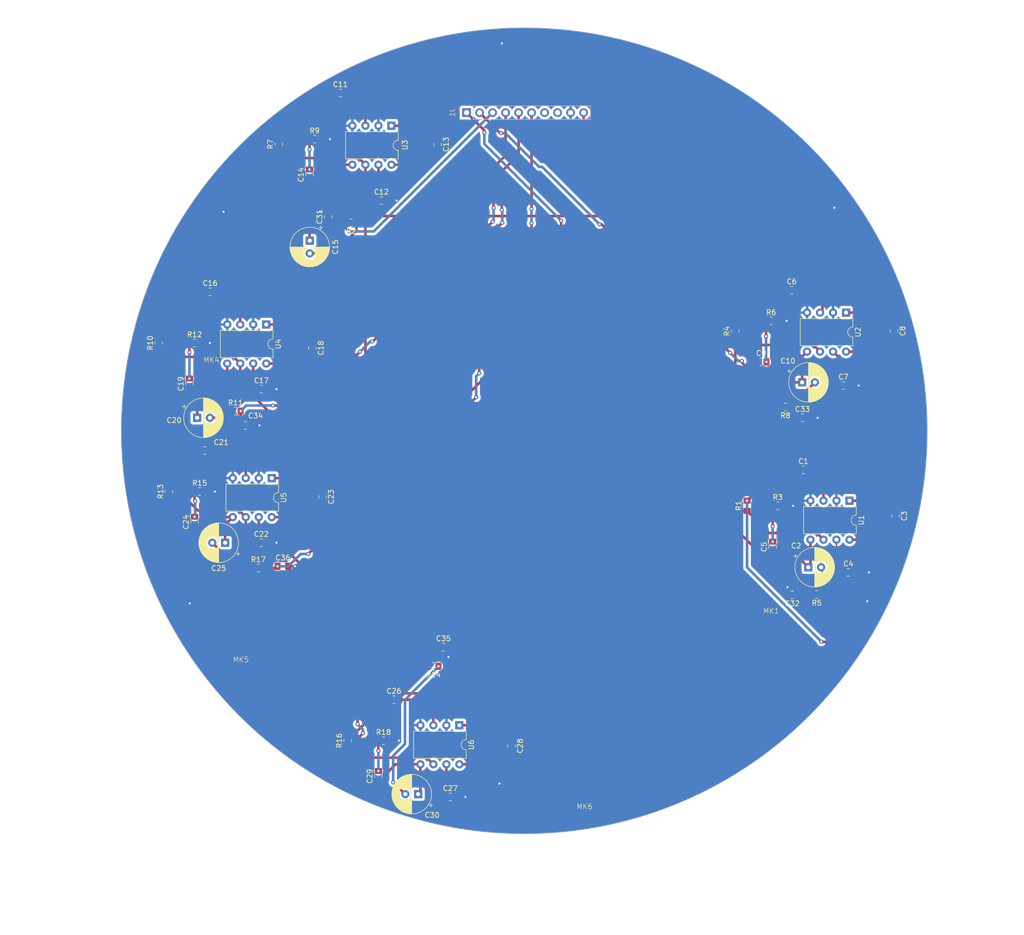
<source format=kicad_pcb>
(kicad_pcb (version 20221018) (generator pcbnew)
  (layers (0 "F.Cu" signal) (31 "B.Cu" signal) (34 "B.Paste" user) (35 "F.Paste" user) (36 "B.SilkS" user "B.Silkscreen") (37 "F.SilkS" user "F.Silkscreen") (38 "B.Mask" user) (39 "F.Mask" user) (44 "Edge.Cuts" user))
  (net 0 "")
  (net 1 "Net-(MK1-+)")
  (net 2 "Net-(U1-+)")
  (net 3 "Net-(C2-Pad1)")
  (net 4 "Net-(C3-Pad1)")
  (net 5 "Net-(C3-Pad2)")
  (net 6 "Net-(U1-BYPASS)")
  (net 7 "+5V")
  (net 8 "Net-(C5-Pad2)")
  (net 9 "Net-(MK2-+)")
  (net 10 "Net-(U2-+)")
  (net 11 "Net-(U2-BYPASS)")
  (net 12 "Net-(C8-Pad1)")
  (net 13 "Net-(C8-Pad2)")
  (net 14 "Net-(C10-Pad1)")
  (net 15 "Net-(C9-Pad2)")
  (net 16 "Net-(MK3-+)")
  (net 17 "Net-(U3-+)")
  (net 18 "Net-(U3-BYPASS)")
  (net 19 "Net-(C13-Pad1)")
  (net 20 "Net-(C13-Pad2)")
  (net 21 "Net-(C14-Pad1)")
  (net 22 "Net-(C14-Pad2)")
  (net 23 "Net-(MK4-+)")
  (net 24 "Net-(U4-+)")
  (net 25 "Net-(U4-BYPASS)")
  (net 26 "Net-(C18-Pad1)")
  (net 27 "Net-(C18-Pad2)")
  (net 28 "Net-(C19-Pad1)")
  (net 29 "Net-(C19-Pad2)")
  (net 30 "Net-(MK5-+)")
  (net 31 "Net-(U5-+)")
  (net 32 "Net-(U5-BYPASS)")
  (net 33 "Net-(C23-Pad1)")
  (net 34 "Net-(C23-Pad2)")
  (net 35 "Net-(C24-Pad1)")
  (net 36 "Net-(C24-Pad2)")
  (net 37 "Net-(MK6-+)")
  (net 38 "Net-(U6-+)")
  (net 39 "Net-(U6-BYPASS)")
  (net 40 "Net-(C28-Pad1)")
  (net 41 "Net-(C28-Pad2)")
  (net 42 "Net-(C29-Pad1)")
  (net 43 "Net-(C29-Pad2)")
  (net 44 "GNDA")
  (net 45 "/ADC_A1")
  (net 46 "/ADC_A0")
  (net 47 "/ADC_A7")
  (net 48 "/ADC_A6")
  (net 49 "/ADC_A5")
  (net 50 "/ADC_A4")
  (net 51 "/ADC_A3")
  (net 52 "/ADC_A2")
  (net 53 "Net-(C2-Pad2)")
  (net 54 "Net-(C10-Pad2)")
  (net 55 "Net-(C15-Pad2)")
  (net 56 "Net-(C20-Pad2)")
  (net 57 "Net-(C25-Pad2)")
  (net 58 "Net-(C30-Pad2)")
  (footprint "Capacitor_SMD:C_0805_2012Metric_Pad1.18x1.45mm_HandSolder" (layer "F.Cu") (at 198.6625 90.675)
    (fp_text reference "C9")
    (fp_text value "0.047u")
  )
  (footprint "Library:Mikrophoni1" (layer "F.Cu") (at 91.3 90.8)
    (fp_text reference "MK4")
    (fp_text value "Microphone_Condenser")
  )
  (footprint "Capacitor_SMD:C_0805_2012Metric_Pad1.18x1.45mm_HandSolder" (layer "F.Cu") (at 206.7375 101.6)
    (fp_text reference "C33")
    (fp_text value "5n")
  )
  (footprint "Capacitor_THT:CP_Radial_D7.5mm_P2.50mm" (layer "F.Cu") (at 207.875 130.7875)
    (fp_text reference "C2")
    (fp_text value "100u")
  )
  (footprint "Package_DIP:DIP-8_W7.62mm" (layer "F.Cu") (at 103.08 113.38 -90)
    (fp_text reference "U5")
    (fp_text value "LM386")
  )
  (footprint "Capacitor_SMD:C_0805_2012Metric_Pad1.18x1.45mm_HandSolder" (layer "F.Cu") (at 97.9375 103.1)
    (fp_text reference "C34")
    (fp_text value "5n")
  )
  (footprint "Capacitor_THT:CP_Radial_D7.5mm_P2.50mm" (layer "F.Cu") (at 110.5 67 -90)
    (fp_text reference "C15")
    (fp_text value "100u")
  )
  (footprint "Library:Mikrophoni1" (layer "F.Cu") (at 91.95 167.65)
    (fp_text reference "MK5")
    (fp_text value "Microphone_Condenser")
  )
  (footprint "Capacitor_SMD:C_0805_2012Metric_Pad1.18x1.45mm_HandSolder" (layer "F.Cu") (at 91.0375 77)
    (fp_text reference "C16")
    (fp_text value "0.1u")
  )
  (footprint "Capacitor_SMD:C_0805_2012Metric_Pad1.18x1.45mm_HandSolder" (layer "F.Cu") (at 136.6 146.4)
    (fp_text reference "C35")
    (fp_text value "5n")
  )
  (footprint "Capacitor_THT:CP_Radial_D7.5mm_P2.50mm" (layer "F.Cu") (at 88.5 101.6)
    (fp_text reference "C20")
    (fp_text value "100u")
  )
  (footprint "Resistor_SMD:R_0805_2012Metric_Pad1.20x1.40mm_HandSolder" (layer "F.Cu") (at 201.9125 118.7875)
    (fp_text reference "R3")
    (fp_text value "10")
  )
  (footprint "Capacitor_SMD:C_0805_2012Metric_Pad1.18x1.45mm_HandSolder" (layer "F.Cu") (at 126.9425 156.655)
    (fp_text reference "C26")
    (fp_text value "0.1u")
  )
  (footprint "Package_DIP:DIP-8_W7.62mm" (layer "F.Cu") (at 102 83.38 -90)
    (fp_text reference "U4")
    (fp_text value "LM386")
  )
  (footprint "Resistor_SMD:R_0805_2012Metric_Pad1.20x1.40mm_HandSolder" (layer "F.Cu") (at 200.625 82.675)
    (fp_text reference "R6")
    (fp_text value "10")
  )
  (footprint "Capacitor_SMD:C_0805_2012Metric_Pad1.18x1.45mm_HandSolder" (layer "F.Cu") (at 105.2375 130.6)
    (fp_text reference "C36")
    (fp_text value "5n")
  )
  (footprint "Capacitor_SMD:C_0805_2012Metric_Pad1.18x1.45mm_HandSolder" (layer "F.Cu") (at 113 117.0375 -90)
    (fp_text reference "C23")
    (fp_text value "10u")
  )
  (footprint "Capacitor_SMD:C_0805_2012Metric_Pad1.18x1.45mm_HandSolder" (layer "F.Cu") (at 149.905 165.6925 -90)
    (fp_text reference "C28")
    (fp_text value "10u")
  )
  (footprint "Capacitor_SMD:C_0805_2012Metric_Pad1.18x1.45mm_HandSolder" (layer "F.Cu") (at 90.0375 108)
    (fp_text reference "C21")
    (fp_text value "0.1u")
  )
  (footprint "Capacitor_SMD:C_0805_2012Metric_Pad1.18x1.45mm_HandSolder" (layer "F.Cu") (at 116.4875 38.175)
    (fp_text reference "C11")
    (fp_text value "0.1u")
  )
  (footprint "Library:Mikrophoni1" (layer "F.Cu") (at 217.15 167.375)
    (fp_text reference "MK1")
    (fp_text value "Microphone_Condenser")
  )
  (footprint "Capacitor_SMD:C_0805_2012Metric_Pad1.18x1.45mm_HandSolder" (layer "F.Cu") (at 111 87.9625 -90)
    (fp_text reference "C18")
    (fp_text value "10u")
  )
  (footprint "Capacitor_THT:CP_Radial_D7.5mm_P2.50mm" (layer "F.Cu") (at 206.6625 94.675)
    (fp_text reference "C10")
    (fp_text value "100u")
  )
  (footprint "Resistor_SMD:R_0805_2012Metric_Pad1.20x1.40mm_HandSolder" (layer "F.Cu") (at 117.905 164.655 90)
    (fp_text reference "R16")
    (fp_text value "10k")
  )
  (footprint "Resistor_SMD:R_0805_2012Metric_Pad1.20x1.40mm_HandSolder" (layer "F.Cu") (at 193.625 84.675 90)
    (fp_text reference "R4")
    (fp_text value "10k")
  )
  (footprint "Package_DIP:DIP-8_W7.62mm" (layer "F.Cu") (at 215.9125 117.7875 -90)
    (fp_text reference "U1")
    (fp_text value "LM386")
  )
  (footprint "Resistor_SMD:R_0805_2012Metric_Pad1.20x1.40mm_HandSolder" (layer "F.Cu") (at 203.4 99.5 180)
    (fp_text reference "R8")
    (fp_text value "3k")
  )
  (footprint "Capacitor_SMD:C_0805_2012Metric_Pad1.18x1.45mm_HandSolder" (layer "F.Cu") (at 88 121.9625 90)
    (fp_text reference "C24")
    (fp_text value "0.047u")
  )
  (footprint "Package_DIP:DIP-8_W7.62mm" (layer "F.Cu") (at 139.725 161.655 -90)
    (fp_text reference "U6")
    (fp_text value "LM386")
  )
  (footprint "Capacitor_SMD:C_0805_2012Metric_Pad1.18x1.45mm_HandSolder" (layer "F.Cu") (at 206.9125 111.7875)
    (fp_text reference "C1")
    (fp_text value "0.1u")
  )
  (footprint "Capacitor_THT:CP_Radial_D7.5mm_P2.50mm" (layer "F.Cu") (at 131.661395 175.1 180)
    (fp_text reference "C30")
    (fp_text value "100u")
  )
  (footprint "Capacitor_SMD:C_0805_2012Metric_Pad1.18x1.45mm_HandSolder" (layer "F.Cu") (at 215.7 131.8)
    (fp_text reference "C4")
    (fp_text value "10u")
  )
  (footprint "Library:Mikrophoni1" (layer "F.Cu") (at 154.525 56.75)
    (fp_text reference "MK3" hide)
    (fp_text value "Microphone_Condenser" hide)
  )
  (footprint "Library:Mikrophoni1" (layer "F.Cu") (at 217.75 91.575)
    (fp_text reference "MK2" hide)
    (fp_text value "Microphone_Condenser" hide)
  )
  (footprint "Resistor_SMD:R_0805_2012Metric_Pad1.20x1.40mm_HandSolder" (layer "F.Cu") (at 124.905 164.655)
    (fp_text reference "R18")
    (fp_text value "10")
  )
  (footprint "Capacitor_SMD:C_0805_2012Metric_Pad1.18x1.45mm_HandSolder" (layer "F.Cu") (at 135.45 48.2125 -90)
    (fp_text reference "C13")
    (fp_text value "10u")
  )
  (footprint "Resistor_SMD:R_0805_2012Metric_Pad1.20x1.40mm_HandSolder" (layer "F.Cu") (at 81 87 90)
    (fp_text reference "R10")
    (fp_text value "10k")
  )
  (footprint "Resistor_SMD:R_0805_2012Metric_Pad1.20x1.40mm_HandSolder" (layer "F.Cu") (at 104.45 48.175 90)
    (fp_text reference "R7")
    (fp_text value "10k")
  )
  (footprint "Resistor_SMD:R_0805_2012Metric_Pad1.20x1.40mm_HandSolder" (layer "F.Cu") (at 111.45 47.175)
    (fp_text reference "R9")
    (fp_text value "10")
  )
  (footprint "Capacitor_SMD:C_0805_2012Metric_Pad1.18x1.45mm_HandSolder" (layer "F.Cu") (at 124.4875 59.175)
    (fp_text reference "C12")
    (fp_text value "10u")
  )
  (footprint "Resistor_SMD:R_0805_2012Metric_Pad1.20x1.40mm_HandSolder" (layer "F.Cu") (at 96 100.3)
    (fp_text reference "R11")
    (fp_text value "3k")
  )
  (footprint "Capacitor_SMD:C_0805_2012Metric_Pad1.18x1.45mm_HandSolder" (layer "F.Cu") (at 110.45 54.1375 90)
    (fp_text reference "C14")
    (fp_text value "0.047u")
  )
  (footprint "Resistor_SMD:R_0805_2012Metric_Pad1.20x1.40mm_HandSolder" (layer "F.Cu") (at 88 87)
    (fp_text reference "R12")
    (fp_text value "10")
  )
  (footprint "Resistor_SMD:R_0805_2012Metric_Pad1.20x1.40mm_HandSolder" (layer "F.Cu") (at 134.6375 150.13 180)
    (fp_text reference "R14")
    (fp_text value "3k")
  )
  (footprint "Resistor_SMD:R_0805_2012Metric_Pad1.20x1.40mm_HandSolder" (layer "F.Cu") (at 100.4575 130.93)
    (fp_text reference "R17")
    (fp_text value "3k")
  )
  (footprint "Package_DIP:DIP-8_W7.62mm" (layer "F.Cu") (at 126.45 44.555 -90)
    (fp_text reference "U3")
    (fp_text value "LM386")
  )
  (footprint "Capacitor_SMD:C_0805_2012Metric_Pad1.18x1.45mm_HandSolder" (layer "F.Cu") (at 137.9425 175.655)
    (fp_text reference "C27")
    (fp_text value "10u")
  )
  (footprint "Library:Mikrophoni1" (layer "F.Cu") (at 152.65 202.35)
    (fp_text reference "MK6")
    (fp_text value "Microphone_Condenser")
  )
  (footprint "Capacitor_SMD:C_0805_2012Metric_Pad1.18x1.45mm_HandSolder" (layer "F.Cu") (at 200.9125 126.825 90)
    (fp_text reference "C5")
    (fp_text value "0.047u")
  )
  (footprint "Package_DIP:DIP-8_W7.62mm" (layer "F.Cu") (at 215.245 81.055 -90)
    (fp_text reference "U2")
    (fp_text value "LM386")
  )
  (footprint "Resistor_SMD:R_0805_2012Metric_Pad1.20x1.40mm_HandSolder" (layer "F.Cu") (at 118.6 63.5 180)
    (fp_text reference "R2")
    (fp_text value "3k")
  )
  (footprint "Capacitor_SMD:C_0805_2012Metric_Pad1.18x1.45mm_HandSolder" (layer "F.Cu") (at 224.625 84.6375 -90)
    (fp_text reference "C8")
    (fp_text value "10u")
  )
  (footprint "Capacitor_SMD:C_0805_2012Metric_Pad1.18x1.45mm_HandSolder" (layer "F.Cu") (at 224.9125 120.7875 -90)
    (fp_text reference "C3")
    (fp_text value "10u")
  )
  (footprint "Capacitor_SMD:C_0805_2012Metric_Pad1.18x1.45mm_HandSolder" (layer "F.Cu") (at 101.0375 96)
    (fp_text reference "C17")
    (fp_text value "10u")
  )
  (footprint "Capacitor_SMD:C_0805_2012Metric_Pad1.18x1.45mm_HandSolder" (layer "F.Cu") (at 204.625 76.675)
    (fp_text reference "C6")
    (fp_text value "0.1u")
  )
  (footprint "Capacitor_SMD:C_0805_2012Metric_Pad1.18x1.45mm_HandSolder" (layer "F.Cu") (at 214.7375 95.3)
    (fp_text reference "C7")
    (fp_text value "10u")
  )
  (footprint "Capacitor_THT:CP_Radial_D7.5mm_P2.50mm" (layer "F.Cu") (at 93.9625 126 180)
    (fp_text reference "C25")
    (fp_text value "100u")
  )
  (footprint "Resistor_SMD:R_0805_2012Metric_Pad1.20x1.40mm_HandSolder" (layer "F.Cu") (at 89 116)
    (fp_text reference "R15")
    (fp_text value "10")
  )
  (footprint "Capacitor_SMD:C_0805_2012Metric_Pad1.18x1.45mm_HandSolder" (layer "F.Cu") (at 204.7375 136.2 180)
    (fp_text reference "C32")
    (fp_text value "5n")
  )
  (footprint "Capacitor_SMD:C_0805_2012Metric_Pad1.18x1.45mm_HandSolder" (layer "F.Cu") (at 123.905 171.6175 90)
    (fp_text reference "C29")
    (fp_text value "0.047u")
  )
  (footprint "Capacitor_SMD:C_0805_2012Metric_Pad1.18x1.45mm_HandSolder" (layer "F.Cu") (at 87 94.9625 90)
    (fp_text reference "C19")
    (fp_text value "0.047u")
  )
  (footprint "Capacitor_SMD:C_0805_2012Metric_Pad1.18x1.45mm_HandSolder" (layer "F.Cu") (at 101.0375 126)
    (fp_text reference "C22")
    (fp_text value "10u")
  )
  (footprint "Capacitor_SMD:C_0805_2012Metric_Pad1.18x1.45mm_HandSolder" (layer "F.Cu") (at 114.1 62.3625 90)
    (fp_text reference "C31")
    (fp_text value "5n")
  )
  (footprint "Resistor_SMD:R_0805_2012Metric_Pad1.20x1.40mm_HandSolder" (layer "F.Cu") (at 209.5175 136.11 180)
    (fp_text reference "R5")
    (fp_text value "3k")
  )
  (footprint "Resistor_SMD:R_0805_2012Metric_Pad1.20x1.40mm_HandSolder" (layer "F.Cu") (at 195.9125 118.7875 90)
    (fp_text reference "R1")
    (fp_text value "10k")
  )
  (footprint "Resistor_SMD:R_0805_2012Metric_Pad1.20x1.40mm_HandSolder" (layer "F.Cu") (at 83 116 90)
    (fp_text reference "R13")
    (fp_text value "10k")
  )
  (footprint "Connector_PinSocket_2.54mm:PinSocket_1x10_P2.54mm_Vertical" (layer "B.Cu") (at 141.125 42 -90)
    (fp_text reference "J1")
    (fp_text value "Conn_01x10_Pin")
  )
  (gr_circle (center 152.4 104.14) (end 152.4 25.4) (stroke (width 0.1)) (fill none) (layer "Edge.Cuts"))
  (segment (start 215.15 145.375) (end 210.475 145.375) (width 0.5) (layer "F.Cu") (net 1))
  (segment (start 210.475 145.375) (end 210.4 145.3) (width 0.5) (layer "F.Cu") (net 1))
  (segment (start 201.9125 111.7875) (end 195.9125 117.7875) (width 0.5) (layer "F.Cu") (net 1))
  (segment (start 205.9125 111.75) (end 205.875 111.7875) (width 0.5) (layer "F.Cu") (net 1))
  (segment (start 205.875 111.7875) (end 201.9125 111.7875) (width 0.5) (layer "F.Cu") (net 1))
  (via (at 195.9125 117.7875) (size 0.8) (drill 0.4) (layers "F.Cu" "B.Cu") (net 1))
  (via (at 210.4 145.3) (size 0.8) (drill 0.4) (layers "F.Cu" "B.Cu") (net 1))
  (segment (start 195.9125 130.8125) (end 195.9125 117.7875) (width 0.5) (layer "B.Cu") (net 1))
  (segment (start 210.4 145.3) (end 195.9125 130.8125) (width 0.5) (layer "B.Cu") (net 1))
  (segment (start 210.9125 111.7875) (end 210.8325 111.8675) (width 0.5) (layer "F.Cu") (net 2))
  (segment (start 207.95 111.7875) (end 210.9125 111.7875) (width 0.5) (layer "F.Cu") (net 2))
  (segment (start 210.8325 111.8675) (end 210.8325 117.7875) (width 0.5) (layer "F.Cu") (net 2))
  (segment (start 208.2925 130.37) (end 207.875 130.7875) (width 0.5) (layer "F.Cu") (net 3))
  (segment (start 208.2925 125.4075) (end 208.2925 130.37) (width 0.5) (layer "F.Cu") (net 3))
  (segment (start 204.95 127.8625) (end 207.875 130.7875) (width 0.5) (layer "F.Cu") (net 3))
  (segment (start 200.9125 127.8625) (end 204.95 127.8625) (width 0.5) (layer "F.Cu") (net 3))
  (segment (start 215.9125 117.7875) (end 222.95 117.7875) (width 0.5) (layer "F.Cu") (net 4))
  (segment (start 222.95 117.7875) (end 224.9125 119.75) (width 0.5) (layer "F.Cu") (net 4))
  (segment (start 221.33 125.4075) (end 224.9125 121.825) (width 0.5) (layer "F.Cu") (net 5))
  (segment (start 215.9125 125.4075) (end 221.33 125.4075) (width 0.5) (layer "F.Cu") (net 5))
  (segment (start 213.3725 127.1725) (end 214.6625 128.4625) (width 0.3) (layer "F.Cu") (net 6))
  (segment (start 213.3725 125.4075) (end 213.3725 127.1725) (width 0.3) (layer "F.Cu") (net 6))
  (segment (start 214.6625 128.4625) (end 214.6625 131.8) (width 0.3) (layer "F.Cu") (net 6))
  (segment (start 195.9125 119.7875) (end 194.4125 119.7875) (width 0.5) (layer "F.Cu") (net 7))
  (segment (start 120.07 50.875) (end 121.37 52.175) (width 0.5) (layer "F.Cu") (net 7))
  (segment (start 96.92 94.79316) (end 96.92 91) (width 0.5) (layer "F.Cu") (net 7))
  (segment (start 195.325 87.375) (end 208.865 87.375) (width 0.5) (layer "F.Cu") (net 7))
  (segment (start 106.15 50.875) (end 120.07 50.875) (width 0.5) (layer "F.Cu") (net 7))
  (segment (start 118.445 165.655) (end 120.9 163.2) (width 0.5) (layer "F.Cu") (net 7))
  (segment (start 163.985 56.035) (end 170.125 62.175) (width 0.5) (layer "F.Cu") (net 7))
  (segment (start 208.865 87.375) (end 210.165 88.675) (width 0.5) (layer "F.Cu") (net 7))
  (segment (start 119.843957 161.443957) (end 119.843957 141.345797) (width 0.5) (layer "F.Cu") (net 7))
  (segment (start 120.225 167.975) (end 133.345 167.975) (width 0.5) (layer "F.Cu") (net 7))
  (segment (start 170.125 62.175) (end 193.625 85.675) (width 0.5) (layer "F.Cu") (net 7))
  (segment (start 114.225 112.09816) (end 114.225 118.72316) (width 0.5) (layer "F.Cu") (net 7))
  (segment (start 96.7 119.7) (end 98 121) (width 0.5) (layer "F.Cu") (net 7))
  (segment (start 200.2325 124.1075) (end 209.5325 124.1075) (width 0.5) (layer "F.Cu") (net 7))
  (segment (start 117.905 165.655) (end 120.225 167.975) (width 0.5) (layer "F.Cu") (net 7))
  (segment (start 193.625 85.675) (end 195.325 87.375) (width 0.5) (layer "F.Cu") (net 7))
  (segment (start 121.37 92.73) (end 108.11342 105.98658) (width 0.5) (layer "F.Cu") (net 7))
  (segment (start 82.7 89.7) (end 95.62 89.7) (width 0.5) (layer "F.Cu") (net 7))
  (segment (start 99.35184 97.225) (end 108.11342 105.98658) (width 0.5) (layer "F.Cu") (net 7))
  (segment (start 195.9125 119.7875) (end 197.65 121.525) (width 0.5) (layer "F.Cu") (net 7))
  (segment (start 197.65 121.525) (end 200.2325 124.1075) (width 0.5) (layer "F.Cu") (net 7))
  (segment (start 193.625 119) (end 193.625 85.675) (width 0.5) (layer "F.Cu") (net 7))
  (segment (start 108.11342 105.98658) (end 114.225 112.09816) (width 0.5) (layer "F.Cu") (net 7))
  (segment (start 121.37 62.2) (end 121.37 92.73) (width 0.5) (layer "F.Cu") (net 7))
  (segment (start 83 117) (end 85.94816 117) (width 0.5) (layer "F.Cu") (net 7))
  (segment (start 104.45 49.175) (end 106.15 50.875) (width 0.5) (layer "F.Cu") (net 7))
  (segment (start 105.72316 127.225) (end 99.35184 127.225) (width 0.5) (layer "F.Cu") (net 7))
  (segment (start 117.905 165.655) (end 118.445 165.655) (width 0.5) (layer "F.Cu") (net 7))
  (segment (start 119.843957 141.345797) (end 105.72316 127.225) (width 0.5) (layer "F.Cu") (net 7))
  (segment (start 121.37 62.2) (end 170.1 62.2) (width 0.5) (layer "F.Cu") (net 7))
  (segment (start 133.345 167.975) (end 134.645 169.275) (width 0.5) (layer "F.Cu") (net 7))
  (segment (start 170.1 62.2) (end 170.125 62.175) (width 0.5) (layer "F.Cu") (net 7))
  (segment (start 81 88) (end 82.7 89.7) (width 0.5) (layer "F.Cu") (net 7))
  (segment (start 99.35184 97.225) (end 96.92 94.79316) (width 0.5) (layer "F.Cu") (net 7))
  (segment (start 209.5325 124.1075) (end 210.8325 125.4075) (width 0.5) (layer "F.Cu") (net 7))
  (segment (start 98 125.87316) (end 98 121) (width 0.5) (layer "F.Cu") (net 7))
  (segment (start 95.62 89.7) (end 96.92 91) (width 0.5) (layer "F.Cu") (net 7))
  (segment (start 194.4125 119.7875) (end 193.625 119) (width 0.5) (layer "F.Cu") (net 7))
  (segment (start 85.94816 117) (end 88.64816 119.7) (width 0.5) (layer "F.Cu") (net 7))
  (segment (start 88.64816 119.7) (end 96.7 119.7) (width 0.5) (layer "F.Cu") (net 7))
  (segment (start 114.225 118.72316) (end 105.72316 127.225) (width 0.5) (layer "F.Cu") (net 7))
  (segment (start 163.985 42) (end 163.985 56.035) (width 0.5) (layer "F.Cu") (net 7))
  (segment (start 121.37 52.175) (end 121.37 62.2) (width 0.5) (layer "F.Cu") (net 7))
  (segment (start 99.35184 127.225) (end 98 125.87316) (width 0.5) (layer "F.Cu") (net 7))
  (via (at 120.9 163.2) (size 0.8) (drill 0.4) (layers "F.Cu" "B.Cu") (net 7))
  (via (at 119.843957 161.443957) (size 0.8) (drill 0.4) (layers "F.Cu" "B.Cu") (net 7))
  (segment (start 120.9 163.2) (end 120.9 162.5) (width 0.5) (layer "B.Cu") (net 7))
  (segment (start 120.9 162.5) (end 119.843957 161.443957) (width 0.5) (layer "B.Cu") (net 7))
  (segment (start 200.9125 118.7875) (end 200.9125 122.7875) (width 0.5) (layer "F.Cu") (net 8))
  (via (at 200.9125 122.7875) (size 0.8) (drill 0.4) (layers "F.Cu" "B.Cu") (net 8))
  (via (at 200.9125 125.7875) (size 0.8) (drill 0.4) (layers "F.Cu" "B.Cu") (net 8))
  (segment (start 200.9125 122.7875) (end 200.9125 125.7875) (width 0.5) (layer "B.Cu") (net 8))
  (segment (start 203.5875 76.675) (end 200.625 76.675) (width 0.5) (layer "F.Cu") (net 9))
  (segment (start 210.6875 69.575) (end 203.5875 76.675) (width 0.5) (layer "F.Cu") (net 9))
  (segment (start 215.75 69.575) (end 210.6875 69.575) (width 0.5) (layer "F.Cu") (net 9))
  (segment (start 200.625 76.675) (end 193.625 83.675) (width 0.5) (layer "F.Cu") (net 9))
  (segment (start 210.625 76.675) (end 210.625 80.595) (width 0.5) (layer "F.Cu") (net 10))
  (segment (start 210.625 76.675) (end 205.6625 76.675) (width 0.5) (layer "F.Cu") (net 10))
  (segment (start 210.625 80.595) (end 210.165 81.055) (width 0.5) (layer "F.Cu") (net 10))
  (segment (start 214.78 90.75) (end 214.78 94.22) (width 0.5) (layer "F.Cu") (net 11))
  (segment (start 214.78 94.22) (end 213.7 95.3) (width 0.5) (layer "F.Cu") (net 11))
  (segment (start 212.705 88.675) (end 214.78 90.75) (width 0.5) (layer "F.Cu") (net 11))
  (segment (start 222.08 81.055) (end 215.245 81.055) (width 0.5) (layer "F.Cu") (net 12))
  (segment (start 224.625 83.6) (end 222.08 81.055) (width 0.5) (layer "F.Cu") (net 12))
  (segment (start 221.625 88.675) (end 215.245 88.675) (width 0.5) (layer "F.Cu") (net 13))
  (segment (start 224.625 85.675) (end 221.625 88.675) (width 0.5) (layer "F.Cu") (net 13))
  (segment (start 201.625 94.675) (end 206.6625 94.675) (width 0.5) (layer "F.Cu") (net 14))
  (segment (start 201.625 94.675) (end 197.625 90.675) (width 0.5) (layer "F.Cu") (net 14))
  (segment (start 206.6625 89.6375) (end 207.625 88.675) (width 0.5) (layer "F.Cu") (net 14))
  (segment (start 206.6625 94.675) (end 206.6625 89.6375) (width 0.5) (layer "F.Cu") (net 14))
  (segment (start 199.625 82.675) (end 199.625 85.675) (width 0.5) (layer "F.Cu") (net 15))
  (via (at 199.625 85.675) (size 0.8) (drill 0.4) (layers "F.Cu" "B.Cu") (net 15))
  (via (at 199.7 90.675) (size 0.8) (drill 0.4) (layers "F.Cu" "B.Cu") (net 15))
  (segment (start 199.625 90.6) (end 199.7 90.675) (width 0.5) (layer "B.Cu") (net 15))
  (segment (start 199.625 85.675) (end 199.625 90.6) (width 0.5) (layer "B.Cu") (net 15))
  (segment (start 118.875 34.75) (end 115.45 38.175) (width 0.5) (layer "F.Cu") (net 16))
  (segment (start 106.45 47.175) (end 104.45 47.175) (width 0.5) (layer "F.Cu") (net 16))
  (segment (start 115.45 38.175) (end 106.45 47.175) (width 0.5) (layer "F.Cu") (net 16))
  (segment (start 152.525 34.75) (end 118.875 34.75) (width 0.5) (layer "F.Cu") (net 16))
  (segment (start 121.45 38.175) (end 117.525 38.175) (width 0.5) (layer "F.Cu") (net 17))
  (segment (start 121.37 38.255) (end 121.37 44.555) (width 0.5) (layer "F.Cu") (net 17))
  (segment (start 121.45 38.175) (end 121.37 38.255) (width 0.5) (layer "F.Cu") (net 17))
  (segment (start 123.91 52.175) (end 123.91 58.715) (width 0.5) (layer "F.Cu") (net 18))
  (segment (start 123.91 58.715) (end 123.45 59.175) (width 0.5) (layer "F.Cu") (net 18))
  (segment (start 132.83 44.555) (end 126.45 44.555) (width 0.5) (layer "F.Cu") (net 19))
  (segment (start 135.45 47.175) (end 132.83 44.555) (width 0.5) (layer "F.Cu") (net 19))
  (segment (start 135.45 49.25) (end 132.525 52.175) (width 0.5) (layer "F.Cu") (net 20))
  (segment (start 132.525 52.175) (end 126.45 52.175) (width 0.5) (layer "F.Cu") (net 20))
  (segment (start 113.45 55.175) (end 116.45 52.175) (width 0.5) (layer "F.Cu") (net 21))
  (segment (start 116.45 52.175) (end 118.83 52.175) (width 0.5) (layer "F.Cu") (net 21))
  (segment (start 110.45 55.175) (end 110.45 66.95) (width 0.5) (layer "F.Cu") (net 21))
  (segment (start 113.45 55.175) (end 110.45 55.175) (width 0.5) (layer "F.Cu") (net 21))
  (segment (start 110.45 66.95) (end 110.5 67) (width 0.5) (layer "F.Cu") (net 21))
  (segment (start 110.45 47.175) (end 110.45 49.175) (width 0.5) (layer "F.Cu") (net 22))
  (via (at 110.45 53.1) (size 0.8) (drill 0.4) (layers "F.Cu" "B.Cu") (net 22))
  (via (at 110.45 49.175) (size 0.8) (drill 0.4) (layers "F.Cu" "B.Cu") (net 22))
  (segment (start 110.45 49.175) (end 110.45 53.1) (width 0.5) (layer "B.Cu") (net 22))
  (segment (start 90 77) (end 81 86) (width 0.5) (layer "F.Cu") (net 23))
  (segment (start 89.3 76.3) (end 90 77) (width 0.5) (layer "F.Cu") (net 23))
  (segment (start 89.3 68.8) (end 89.3 76.3) (width 0.5) (layer "F.Cu") (net 23))
  (segment (start 97 77) (end 96.92 77.08) (width 0.5) (layer "F.Cu") (net 24))
  (segment (start 92.075 77) (end 97 77) (width 0.5) (layer "F.Cu") (net 24))
  (segment (start 96.92 77.08) (end 96.92 83.38) (width 0.5) (layer "F.Cu") (net 24))
  (segment (start 99.46 95.46) (end 100 96) (width 0.5) (layer "F.Cu") (net 25))
  (segment (start 99.46 91) (end 99.46 95.46) (width 0.5) (layer "F.Cu") (net 25))
  (segment (start 111 86.925) (end 107.455 83.38) (width 0.5) (layer "F.Cu") (net 26))
  (segment (start 107.455 83.38) (end 102 83.38) (width 0.5) (layer "F.Cu") (net 26))
  (segment (start 111 89) (end 109 91) (width 0.5) (layer "F.Cu") (net 27))
  (segment (start 109 91) (end 102 91) (width 0.5) (layer "F.Cu") (net 27))
  (segment (start 88.5 97) (end 88 97) (width 0.5) (layer "F.Cu") (net 28))
  (segment (start 94.38 95.62) (end 93 97) (width 0.5) (layer "F.Cu") (net 28))
  (segment (start 93 97) (end 88.5 97) (width 0.5) (layer "F.Cu") (net 28))
  (segment (start 94.38 91) (end 94.38 95.62) (width 0.5) (layer "F.Cu") (net 28))
  (segment (start 88 97) (end 87 96) (width 0.5) (layer "F.Cu") (net 28))
  (segment (start 88.5 97) (end 88.5 101.6) (width 0.5) (layer "F.Cu") (net 28))
  (segment (start 87 87) (end 87 88.8005) (width 0.5) (layer "F.Cu") (net 29))
  (via (at 87 93.925) (size 0.8) (drill 0.4) (layers "F.Cu" "B.Cu") (net 29))
  (via (at 87 88.8005) (size 0.8) (drill 0.4) (layers "F.Cu" "B.Cu") (net 29))
  (segment (start 87 88.8005) (end 87 93.925) (width 0.5) (layer "B.Cu") (net 29))
  (segment (start 89.95 145.65) (end 92.007108 145.65) (width 0.5) (layer "F.Cu") (net 30))
  (segment (start 89 109) (end 83 115) (width 0.5) (layer "F.Cu") (net 30))
  (segment (start 89 108) (end 89 109) (width 0.5) (layer "F.Cu") (net 30))
  (segment (start 95.375 142.282108) (end 95.375 135.375) (width 0.5) (layer "F.Cu") (net 30))
  (segment (start 80 115) (end 83 115) (width 0.5) (layer "F.Cu") (net 30))
  (segment (start 95.375 135.375) (end 78.9 118.9) (width 0.5) (layer "F.Cu") (net 30))
  (segment (start 92.007108 145.65) (end 95.375 142.282108) (width 0.5) (layer "F.Cu") (net 30))
  (segment (start 78.9 118.9) (end 79 118.8) (width 0.5) (layer "F.Cu") (net 30))
  (segment (start 79 116) (end 80 115) (width 0.5) (layer "F.Cu") (net 30))
  (segment (start 79 118.8) (end 79 116) (width 0.5) (layer "F.Cu") (net 30))
  (segment (start 91.075 108) (end 98 108) (width 0.5) (layer "F.Cu") (net 31))
  (segment (start 98 108) (end 98 113.38) (width 0.5) (layer "F.Cu") (net 31))
  (segment (start 100.54 125.46) (end 100 126) (width 0.5) (layer "F.Cu") (net 32))
  (segment (start 100.54 121) (end 100.54 125.46) (width 0.5) (layer "F.Cu") (net 32))
  (segment (start 113 116) (end 110.38 113.38) (width 0.5) (layer "F.Cu") (net 33))
  (segment (start 110.38 113.38) (end 103.08 113.38) (width 0.5) (layer "F.Cu") (net 33))
  (segment (start 110.075 121) (end 103.08 121) (width 0.5) (layer "F.Cu") (net 34))
  (segment (start 113 118.075) (end 110.075 121) (width 0.5) (layer "F.Cu") (net 34))
  (segment (start 90 121) (end 88 123) (width 0.5) (layer "F.Cu") (net 35))
  (segment (start 93.9625 122.4975) (end 95.46 121) (width 0.5) (layer "F.Cu") (net 35))
  (segment (start 95.46 121) (end 90 121) (width 0.5) (layer "F.Cu") (net 35))
  (segment (start 93.9625 126) (end 93.9625 122.4975) (width 0.5) (layer "F.Cu") (net 35))
  (segment (start 88 116) (end 88 117.779754) (width 0.5) (layer "F.Cu") (net 36))
  (segment (start 88 117.779754) (end 88.110123 117.889877) (width 0.5) (layer "F.Cu") (net 36))
  (via (at 88 120.925) (size 0.8) (drill 0.4) (layers "F.Cu" "B.Cu") (net 36))
  (via (at 88.110123 117.889877) (size 0.8) (drill 0.4) (layers "F.Cu" "B.Cu") (net 36))
  (segment (start 88.110123 117.889877) (end 88.110123 120.814877) (width 0.5) (layer "B.Cu") (net 36))
  (segment (start 88.110123 120.814877) (end 88 120.925) (width 0.5) (layer "B.Cu") (net 36))
  (segment (start 150.65 180.35) (end 152.707108 180.35) (width 0.5) (layer "F.Cu") (net 37))
  (segment (start 156.075 167.775) (end 143.73 155.43) (width 0.5) (layer "F.Cu") (net 37))
  (segment (start 150.65 180.35) (end 148.592892 180.35) (width 0.5) (layer "F.Cu") (net 37))
  (segment (start 156.075 176.982108) (end 156.075 167.775) (width 0.5) (layer "F.Cu") (net 37))
  (segment (start 143.73 155.43) (end 127.13 155.43) (width 0.5) (layer "F.Cu") (net 37))
  (segment (start 127.13 155.43) (end 125.905 156.655) (width 0.5) (layer "F.Cu") (net 37))
  (segment (start 118.905 163.655) (end 117.905 163.655) (width 0.5) (layer "F.Cu") (net 37))
  (segment (start 125.905 156.655) (end 118.905 163.655) (width 0.5) (layer "F.Cu") (net 37))
  (segment (start 152.707108 180.35) (end 156.075 176.982108) (width 0.5) (layer "F.Cu") (net 37))
  (segment (start 134.645 156.915) (end 134.645 161.655) (width 0.5) (layer "F.Cu") (net 38))
  (segment (start 134.385 156.655) (end 127.98 156.655) (width 0.5) (layer "F.Cu") (net 38))
  (segment (start 134.645 156.915) (end 134.385 156.655) (width 0.5) (layer "F.Cu") (net 38))
  (segment (start 137.185 169.275) (end 137.185 175.375) (width 0.5) (layer "F.Cu") (net 39))
  (segment (start 137.185 175.375) (end 136.905 175.655) (width 0.5) (layer "F.Cu") (net 39))
  (segment (start 146.905 161.655) (end 139.725 161.655) (width 0.5) (layer "F.Cu") (net 40))
  (segment (start 149.905 164.655) (end 146.905 161.655) (width 0.5) (layer "F.Cu") (net 40))
  (segment (start 147.36 169.275) (end 139.725 169.275) (width 0.5) (layer "F.Cu") (net 41))
  (segment (start 149.905 166.73) (end 147.36 169.275) (width 0.5) (layer "F.Cu") (net 41))
  (segment (start 127.285 169.275) (end 123.905 172.655) (width 0.5) (layer "F.Cu") (net 42))
  (segment (start 132.105 174.656395) (end 131.661395 175.1) (width 0.5) (layer "F.Cu") (net 42))
  (segment (start 132.105 169.275) (end 127.285 169.275) (width 0.5) (layer "F.Cu") (net 42))
  (segment (start 132.105 169.275) (end 132.105 174.656395) (width 0.5) (layer "F.Cu") (net 42))
  (segment (start 123.905 164.655) (end 123.905 166.655) (width 0.5) (layer "F.Cu") (net 43))
  (via (at 123.905 166.655) (size 0.8) (drill 0.4) (layers "F.Cu" "B.Cu") (net 43))
  (via (at 123.905 170.58) (size 0.8) (drill 0.4) (layers "F.Cu" "B.Cu") (net 43))
  (segment (start 123.905 166.655) (end 123.905 170.58) (width 0.5) (layer "B.Cu") (net 43))
  (segment (start 102.075 96) (end 104 96) (width 0.5) (layer "F.Cu") (net 44))
  (segment (start 90 116) (end 92 116) (width 0.5) (layer "F.Cu") (net 44))
  (segment (start 215.75 63.375) (end 212.95 60.575) (width 0.5) (layer "F.Cu") (net 44))
  (segment (start 217.1 137.425) (end 219.375 137.425) (width 0.5) (layer "F.Cu") (net 44))
  (segment (start 202.9125 118.7875) (end 204.9125 118.7875) (width 0.5) (layer "F.Cu") (net 44))
  (segment (start 216.7375 131.8) (end 219.7 131.8) (width 0.5) (layer "F.Cu") (net 44))
  (segment (start 138.98 175.655) (end 140.905 175.655) (width 0.5) (layer "F.Cu") (net 44))
  (segment (start 112.525 61.325) (end 112.5 61.3) (width 0.5) (layer "F.Cu") (net 44))
  (segment (start 114.1 61.325) (end 112.525 61.325) (width 0.5) (layer "F.Cu") (net 44))
  (segment (start 89 87) (end 91 87) (width 0.5) (layer "F.Cu") (net 44))
  (segment (start 207.775 101.6) (end 209.7 101.6) (width 0.5) (layer "F.Cu") (net 44))
  (segment (start 112.45 47.175) (end 114.45 47.175) (width 0.5) (layer "F.Cu") (net 44))
  (segment (start 125.525 59.175) (end 127.45 59.175) (width 0.5) (layer "F.Cu") (net 44))
  (segment (start 102.075 126) (end 104 126) (width 0.5) (layer "F.Cu") (net 44))
  (segment (start 150.65 174.35) (end 149.475 173.175) (width 0.5) (layer "F.Cu") (net 44))
  (segment (start 89.3 62.8) (end 92.2 62.8) (width 0.5) (layer "F.Cu") (net 44))
  (segment (start 98.975 103.1) (end 100.7 103.1) (width 0.5) (layer "F.Cu") (net 44))
  (segment (start 148.3 28.75) (end 148.025 28.475) (width 0.5) (layer "F.Cu") (net 44))
  (segment (start 137.6375 146.4) (end 137.6375 148.2625) (width 0.5) (layer "F.Cu") (net 44))
  (segment (start 203.7 136.2) (end 203.7 134.8) (width 0.5) (layer "F.Cu") (net 44))
  (segment (start 92.2 62.8) (end 93.65 61.35) (width 0.5) (layer "F.Cu") (net 44))
  (segment (start 201.625 82.675) (end 203.625 82.675) (width 0.5) (layer "F.Cu") (net 44))
  (segment (start 215.75 63.575) (end 215.75 63.375) (width 0.5) (layer "F.Cu") (net 44))
  (segment (start 125.905 164.655) (end 127.905 164.655) (width 0.5) (layer "F.Cu") (net 44))
  (segment (start 88.85 139.65) (end 87.05 137.85) (width 0.5) (layer "F.Cu") (net 44))
  (segment (start 89.95 139.65) (end 88.85 139.65) (width 0.5) (layer "F.Cu") (net 44))
  (segment (start 215.15 139.375) (end 217.1 137.425) (width 0.5) (layer "F.Cu") (net 44))
  (segment (start 137.6375 148.2625) (end 137.6 148.3) (width 0.5) (layer "F.Cu") (net 44))
  (segment (start 106.275 130.6) (end 107.6 130.6) (width 0.5) (layer "F.Cu") (net 44))
  (segment (start 215.775 95.3) (end 217.7 95.3) (width 0.5) (layer "F.Cu") (net 44))
  (segment (start 150.65 174.35) (end 148.85 174.35) (width 0.5) (layer "F.Cu") (net 44))
  (segment (start 203.7 134.8) (end 203.8 134.7) (width 0.5) (layer "F.Cu") (net 44))
  (segment (start 148.85 174.35) (end 147.55 173.05) (width 0.5) (layer "F.Cu") (net 44))
  (segment (start 152.525 28.75) (end 148.3 28.75) (width 0.5) (layer "F.Cu") (net 44))
  (via (at 127.45 59.175) (size 0.8) (drill 0.4) (layers "F.Cu" "B.Cu") (net 44))
  (via (at 114.45 47.175) (size 0.8) (drill 0.4) (layers "F.Cu" "B.Cu") (net 44))
  (via (at 140.905 175.655) (size 0.8) (drill 0.4) (layers "F.Cu" "B.Cu") (net 44))
  (via (at 219.7 131.8) (size 0.8) (drill 0.4) (layers "F.Cu" "B.Cu") (net 44))
  (via (at 147.55 173.05) (size 0.8) (drill 0.4) (layers "F.Cu" "B.Cu") (net 44))
  (via (at 148.025 28.475) (size 0.8) (drill 0.4) (layers "F.Cu" "B.Cu") (net 44))
  (via (at 100.7 103.1) (size 0.8) (drill 0.4) (layers "F.Cu" "B.Cu") (net 44))
  (via (at 87.05 137.85) (size 0.8) (drill 0.4) (layers "F.Cu" "B.Cu") (net 44))
  (via (at 107.6 130.6) (size 0.8) (drill 0.4) (layers "F.Cu" "B.Cu") (net 44))
  (via (at 104 126) (size 0.8) (drill 0.4) (layers "F.Cu" "B.Cu") (net 44))
  (via (at 204.9125 118.7875) (size 0.8) (drill 0.4) (layers "F.Cu" "B.Cu") (net 44))
  (via (at 92 116) (size 0.8) (drill 0.4) (layers "F.Cu" "B.Cu") (net 44))
  (via (at 217.7 95.3) (size 0.8) (drill 0.4) (layers "F.Cu" "B.Cu") (net 44))
  (via (at 137.6 148.3) (size 0.8) (drill 0.4) (layers "F.Cu" "B.Cu") (net 44))
  (via (at 112.5 61.3) (size 0.8) (drill 0.4) (layers "F.Cu" "B.Cu") (net 44))
  (via (at 212.95 60.575) (size 0.8) (drill 0.4) (layers "F.Cu" "B.Cu") (net 44))
  (via (at 219.375 137.425) (size 0.8) (drill 0.4) (layers "F.Cu" "B.Cu") (net 44))
  (via (at 203.8 134.7) (size 0.8) (drill 0.4) (layers "F.Cu" "B.Cu") (net 44))
  (via (at 93.65 61.35) (size 0.8) (drill 0.4) (layers "F.Cu" "B.Cu") (net 44))
  (via (at 209.7 101.6) (size 0.8) (drill 0.4) (layers "F.Cu" "B.Cu") (net 44))
  (via (at 104 96) (size 0.8) (drill 0.4) (layers "F.Cu" "B.Cu") (net 44))
  (via (at 203.625 82.675) (size 0.8) (drill 0.4) (layers "F.Cu" "B.Cu") (net 44))
  (via (at 127.905 164.655) (size 0.8) (drill 0.4) (layers "F.Cu" "B.Cu") (net 44))
  (via (at 91 87) (size 0.8) (drill 0.4) (layers "F.Cu" "B.Cu") (net 44))
  (segment (start 205.865 136.11) (end 205.775 136.2) (width 0.5) (layer "F.Cu") (net 45))
  (segment (start 144.6 45.9) (end 144.6 45.475) (width 0.5) (layer "F.Cu") (net 45))
  (segment (start 205.775 135.402207) (end 159.6 89.227207) (width 0.5) (layer "F.Cu") (net 45))
  (segment (start 208.5175 136.11) (end 205.865 136.11) (width 0.5) (layer "F.Cu") (net 45))
  (segment (start 159.6 89.227207) (end 159.6 63.1) (width 0.5) (layer "F.Cu") (net 45))
  (segment (start 205.775 136.2) (end 205.775 135.402207) (width 0.5) (layer "F.Cu") (net 45))
  (segment (start 144.6 45.475) (end 141.125 42) (width 0.5) (layer "F.Cu") (net 45))
  (via (at 144.6 45.9) (size 0.8) (drill 0.4) (layers "F.Cu" "B.Cu") (net 45))
  (via (at 159.6 63.1) (size 0.8) (drill 0.4) (layers "F.Cu" "B.Cu") (net 45))
  (segment (start 144.6 48.1) (end 144.6 45.9) (width 0.5) (layer "B.Cu") (net 45))
  (segment (start 159.6 63.1) (end 144.6 48.1) (width 0.5) (layer "B.Cu") (net 45))
  (segment (start 167.5 63.8) (end 167.1 63.8) (width 0.5) (layer "F.Cu") (net 46))
  (segment (start 202.4 98.3) (end 194.9 90.8) (width 0.5) (layer "F.Cu") (net 46))
  (segment (start 202.4 99.5) (end 204.5 101.6) (width 0.5) (layer "F.Cu") (net 46))
  (segment (start 192.6 88.9) (end 167.5 63.8) (width 0.5) (layer "F.Cu") (net 46))
  (segment (start 194.9 90.8) (end 194.9 90.5) (width 0.5) (layer "F.Cu") (net 46))
  (segment (start 143.665 42) (end 147.665 46) (width 0.5) (layer "F.Cu") (net 46))
  (segment (start 147.665 46) (end 147.8455 46) (width 0.5) (layer "F.Cu") (net 46))
  (segment (start 204.5 101.6) (end 205.7 101.6) (width 0.5) (layer "F.Cu") (net 46))
  (segment (start 202.4 99.5) (end 202.4 98.3) (width 0.5) (layer "F.Cu") (net 46))
  (via (at 194.9 90.5) (size 0.8) (drill 0.4) (layers "F.Cu" "B.Cu") (net 46))
  (via (at 192.6 88.9) (size 0.8) (drill 0.4) (layers "F.Cu" "B.Cu") (net 46))
  (via (at 167.1 63.8) (size 0.8) (drill 0.4) (layers "F.Cu" "B.Cu") (net 46))
  (via (at 147.8455 46) (size 0.8) (drill 0.4) (layers "F.Cu" "B.Cu") (net 46))
  (segment (start 167.1 63.8) (end 155.9 52.6) (width 0.5) (layer "B.Cu") (net 46))
  (segment (start 194.2 90.5) (end 192.6 88.9) (width 0.5) (layer "B.Cu") (net 46))
  (segment (start 147.8455 46) (end 148.7 46) (width 0.5) (layer "B.Cu") (net 46))
  (segment (start 148.7 46) (end 155.3 52.6) (width 0.5) (layer "B.Cu") (net 46))
  (segment (start 155.9 52.6) (end 155.3 52.6) (width 0.5) (layer "B.Cu") (net 46))
  (segment (start 194.9 90.5) (end 194.2 90.5) (width 0.5) (layer "B.Cu") (net 46))
  (segment (start 117.6 64.6) (end 118.2 65.2) (width 0.5) (layer "F.Cu") (net 47))
  (segment (start 117.6 63.5) (end 117.6 64.6) (width 0.5) (layer "F.Cu") (net 47))
  (segment (start 114.2 63.5) (end 114.1 63.4) (width 0.5) (layer "F.Cu") (net 47))
  (segment (start 117.6 63.5) (end 114.2 63.5) (width 0.5) (layer "F.Cu") (net 47))
  (via (at 118.2 65.2) (size 0.8) (drill 0.4) (layers "F.Cu" "B.Cu") (net 47))
  (segment (start 123.005 65.2) (end 146.205 42) (width 0.5) (layer "B.Cu") (net 47))
  (segment (start 118.2 65.2) (end 123.005 65.2) (width 0.5) (layer "B.Cu") (net 47))
  (segment (start 149 50.1) (end 146.4 52.7) (width 0.5) (layer "F.Cu") (net 48))
  (segment (start 148.745 49.845) (end 149 50.1) (width 0.5) (layer "F.Cu") (net 48))
  (segment (start 109.8 99.2) (end 103.3 99.2) (width 0.5) (layer "F.Cu") (net 48))
  (segment (start 148.745 42) (end 148.745 49.845) (width 0.5) (layer "F.Cu") (net 48))
  (segment (start 120.3 88.7) (end 109.8 99.2) (width 0.5) (layer "F.Cu") (net 48))
  (segment (start 97 103) (end 96.9 103.1) (width 0.5) (layer "F.Cu") (net 48))
  (segment (start 122.8 86.7) (end 122.7 86.7) (width 0.5) (layer "F.Cu") (net 48))
  (segment (start 97 100.3) (end 97 103) (width 0.5) (layer "F.Cu") (net 48))
  (segment (start 146.4 52.7) (end 146.4 60.6) (width 0.5) (layer "F.Cu") (net 48))
  (segment (start 146.2 63.3) (end 122.8 86.7) (width 0.5) (layer "F.Cu") (net 48))
  (via (at 146.2 63.3) (size 0.8) (drill 0.4) (layers "F.Cu" "B.Cu") (net 48))
  (via (at 103.3 99.2) (size 0.8) (drill 0.4) (layers "F.Cu" "B.Cu") (net 48))
  (via (at 97 100.3) (size 0.8) (drill 0.4) (layers "F.Cu" "B.Cu") (net 48))
  (via (at 120.3 88.7) (size 0.8) (drill 0.4) (layers "F.Cu" "B.Cu") (net 48))
  (via (at 146.4 60.6) (size 0.8) (drill 0.4) (layers "F.Cu" "B.Cu") (net 48))
  (via (at 122.7 86.7) (size 0.8) (drill 0.4) (layers "F.Cu" "B.Cu") (net 48))
  (segment (start 122.7 86.7) (end 122.3 86.7) (width 0.5) (layer "B.Cu") (net 48))
  (segment (start 146.4 60.6) (end 146.4 63.1) (width 0.5) (layer "B.Cu") (net 48))
  (segment (start 146.4 63.1) (end 146.2 63.3) (width 0.5) (layer "B.Cu") (net 48))
  (segment (start 122.3 86.7) (end 120.3 88.7) (width 0.5) (layer "B.Cu") (net 48))
  (segment (start 98.1 99.2) (end 97 100.3) (width 0.5) (layer "B.Cu") (net 48))
  (segment (start 103.3 99.2) (end 98.1 99.2) (width 0.5) (layer "B.Cu") (net 48))
  (segment (start 151.285 50.185) (end 151.285 42) (width 0.5) (layer "F.Cu") (net 49))
  (segment (start 133.6375 150.13) (end 133.6375 148.325) (width 0.5) (layer "F.Cu") (net 49))
  (segment (start 143.6 92.9) (end 143.6 68) (width 0.5) (layer "F.Cu") (net 49))
  (segment (start 143.6 68) (end 148.1 63.5) (width 0.5) (layer "F.Cu") (net 49))
  (segment (start 148 53.5) (end 151.3 50.2) (width 0.5) (layer "F.Cu") (net 49))
  (segment (start 148 61) (end 148 53.5) (width 0.5) (layer "F.Cu") (net 49))
  (segment (start 135.5625 105.0375) (end 143 97.6) (width 0.5) (layer "F.Cu") (net 49))
  (segment (start 135.5625 146.4) (end 135.5625 105.0375) (width 0.5) (layer "F.Cu") (net 49))
  (segment (start 133.6375 148.325) (end 135.5625 146.4) (width 0.5) (layer "F.Cu") (net 49))
  (segment (start 151.3 50.2) (end 151.285 50.185) (width 0.5) (layer "F.Cu") (net 49))
  (via (at 148.1 63.5) (size 0.8) (drill 0.4) (layers "F.Cu" "B.Cu") (net 49))
  (via (at 143.6 92.9) (size 0.8) (drill 0.4) (layers "F.Cu" "B.Cu") (net 49))
  (via (at 148 61) (size 0.8) (drill 0.4) (layers "F.Cu" "B.Cu") (net 49))
  (via (at 143 97.6) (size 0.8) (drill 0.4) (layers "F.Cu" "B.Cu") (net 49))
  (segment (start 148.1 63.5) (end 148.1 61.1) (width 0.5) (layer "B.Cu") (net 49))
  (segment (start 148.1 61.1) (end 148 61) (width 0.5) (layer "B.Cu") (net 49))
  (segment (start 143 93.5) (end 143.6 92.9) (width 0.5) (layer "B.Cu") (net 49))
  (segment (start 143 97.6) (end 143 93.5) (width 0.5) (layer "B.Cu") (net 49))
  (segment (start 101.4575 130.93) (end 103.87 130.93) (width 0.5) (layer "F.Cu") (net 50))
  (segment (start 153.8 63.6) (end 153.8 84.6) (width 0.5) (layer "F.Cu") (net 50))
  (segment (start 153.825 42) (end 153.825 60.775) (width 0.5) (layer "F.Cu") (net 50))
  (segment (start 153.825 60.775) (end 153.8 60.8) (width 0.5) (layer "F.Cu") (net 50))
  (segment (start 103.87 130.93) (end 104.2 130.6) (width 0.5) (layer "F.Cu") (net 50))
  (segment (start 153.8 84.6) (end 110.2 128.2) (width 0.5) (layer "F.Cu") (net 50))
  (via (at 110.2 128.2) (size 0.8) (drill 0.4) (layers "F.Cu" "B.Cu") (net 50))
  (via (at 153.8 60.8) (size 0.8) (drill 0.4) (layers "F.Cu" "B.Cu") (net 50))
  (via (at 104.2 130.6) (size 0.8) (drill 0.4) (layers "F.Cu" "B.Cu") (net 50))
  (via (at 153.8 63.6) (size 0.8) (drill 0.4) (layers "F.Cu" "B.Cu") (net 50))
  (segment (start 110.2 128.2) (end 108.727207 128.2) (width 0.5) (layer "B.Cu") (net 50))
  (segment (start 153.8 60.8) (end 153.8 63.6) (width 0.5) (layer "B.Cu") (net 50))
  (segment (start 106.327207 130.6) (end 104.2 130.6) (width 0.5) (layer "B.Cu") (net 50))
  (segment (start 108.727207 128.2) (end 106.327207 130.6) (width 0.5) (layer "B.Cu") (net 50))
  (segment (start 210.5175 130.93) (end 210.375 130.7875) (width 0.3) (layer "F.Cu") (net 53))
  (segment (start 210.5175 136.11) (end 210.5175 130.93) (width 0.3) (layer "F.Cu") (net 53))
  (segment (start 209.1625 94.675) (end 204.4 99.4375) (width 0.5) (layer "F.Cu") (net 54))
  (segment (start 204.4 99.4375) (end 204.4 99.5) (width 0.5) (layer "F.Cu") (net 54))
  (segment (start 119.6 63.5) (end 119.6 65.072793) (width 0.5) (layer "F.Cu") (net 55))
  (segment (start 119.6 65.072793) (end 115.172793 69.5) (width 0.5) (layer "F.Cu") (net 55))
  (segment (start 115.172793 69.5) (end 110.5 69.5) (width 0.5) (layer "F.Cu") (net 55))
  (segment (start 119.525 63.425) (end 119.6 63.5) (width 0.5) (layer "F.Cu") (net 55))
  (segment (start 91 101.6) (end 93.7 101.6) (width 0.5) (layer "F.Cu") (net 56))
  (segment (start 93.7 101.6) (end 95 100.3) (width 0.5) (layer "F.Cu") (net 56))
  (segment (start 95.075 100.225) (end 95 100.3) (width 0.5) (layer "F.Cu") (net 56))
  (segment (start 96.3925 130.93) (end 99.4575 130.93) (width 0.5) (layer "F.Cu") (net 57))
  (segment (start 91.4625 126) (end 96.3925 130.93) (width 0.5) (layer "F.Cu") (net 57))
  (segment (start 129.1 175.1) (end 126.8 172.8) (width 0.5) (layer "F.Cu") (net 58))
  (segment (start 129.161395 175.1) (end 129.1 175.1) (width 0.5) (layer "F.Cu") (net 58))
  (via (at 126.8 172.8) (size 0.8) (drill 0.4) (layers "F.Cu" "B.Cu") (net 58))
  (via (at 135.6375 150.13) (size 0.8) (drill 0.4) (layers "F.Cu" "B.Cu") (net 58))
  (segment (start 130 155.8) (end 129.1 156.7) (width 0.5) (layer "B.Cu") (net 58))
  (segment (start 130 155.7675) (end 135.6375 150.13) (width 0.5) (layer "B.Cu") (net 58))
  (segment (start 129.1 165.3) (end 129.1 156.7) (width 0.5) (layer "B.Cu") (net 58))
  (segment (start 126.8 172.8) (end 126.8 167.6) (width 0.5) (layer "B.Cu") (net 58))
  (segment (start 126.8 167.6) (end 129.1 165.3) (width 0.5) (layer "B.Cu") (net 58))
  (segment (start 130 155.7675) (end 130 155.8) (width 0.5) (layer "B.Cu") (net 58))
  (zone (net 44) (net_name "GNDA") (layer "B.Cu") (connect_pads (clearance 0.5)) (min_thickness 0.25) (fill yes (thermal_gap 0.5) (thermal_bridge_width 0.5))
    (polygon (pts (xy 50 20) (xy 250 20) (xy 250 190) (xy 50 190)))
  )
)
</source>
